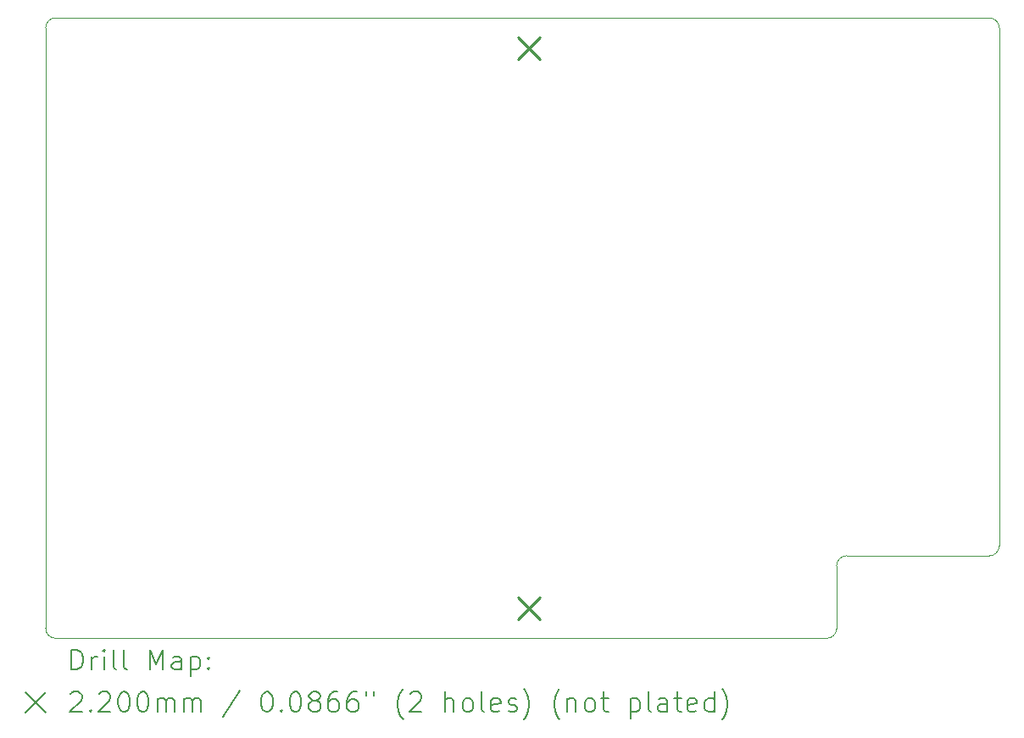
<source format=gbr>
%TF.GenerationSoftware,KiCad,Pcbnew,9.0.0-rc3*%
%TF.CreationDate,2025-05-17T15:27:25+02:00*%
%TF.ProjectId,Processing_board,50726f63-6573-4736-996e-675f626f6172,rev?*%
%TF.SameCoordinates,Original*%
%TF.FileFunction,Drillmap*%
%TF.FilePolarity,Positive*%
%FSLAX45Y45*%
G04 Gerber Fmt 4.5, Leading zero omitted, Abs format (unit mm)*
G04 Created by KiCad (PCBNEW 9.0.0-rc3) date 2025-05-17 15:27:25*
%MOMM*%
%LPD*%
G01*
G04 APERTURE LIST*
%ADD10C,0.050000*%
%ADD11C,0.200000*%
%ADD12C,0.220000*%
G04 APERTURE END LIST*
D10*
X17300000Y-11975000D02*
X15875000Y-11975000D01*
X15775000Y-12700000D02*
G75*
G02*
X15675000Y-12800000I-100000J0D01*
G01*
X17300000Y-6600000D02*
G75*
G02*
X17400000Y-6700000I0J-100000D01*
G01*
X17400000Y-6700000D02*
X17400000Y-11875000D01*
X15775000Y-12075000D02*
X15775000Y-12700000D01*
X17400000Y-11875000D02*
G75*
G02*
X17300000Y-11975000I-100000J0D01*
G01*
X7875000Y-6700000D02*
G75*
G02*
X7975000Y-6600000I100000J0D01*
G01*
X7875000Y-12700000D02*
X7875000Y-6700000D01*
X7975000Y-6600000D02*
X17300000Y-6600000D01*
X7975000Y-12800000D02*
G75*
G02*
X7875000Y-12700000I0J100000D01*
G01*
X15775000Y-12075000D02*
G75*
G02*
X15875000Y-11975000I100000J0D01*
G01*
X15675000Y-12800000D02*
X7975000Y-12800000D01*
D11*
D12*
X12590000Y-6790000D02*
X12810000Y-7010000D01*
X12810000Y-6790000D02*
X12590000Y-7010000D01*
X12590000Y-12390000D02*
X12810000Y-12610000D01*
X12810000Y-12390000D02*
X12590000Y-12610000D01*
D11*
X8133277Y-13113984D02*
X8133277Y-12913984D01*
X8133277Y-12913984D02*
X8180896Y-12913984D01*
X8180896Y-12913984D02*
X8209467Y-12923508D01*
X8209467Y-12923508D02*
X8228515Y-12942555D01*
X8228515Y-12942555D02*
X8238039Y-12961603D01*
X8238039Y-12961603D02*
X8247562Y-12999698D01*
X8247562Y-12999698D02*
X8247562Y-13028269D01*
X8247562Y-13028269D02*
X8238039Y-13066365D01*
X8238039Y-13066365D02*
X8228515Y-13085412D01*
X8228515Y-13085412D02*
X8209467Y-13104460D01*
X8209467Y-13104460D02*
X8180896Y-13113984D01*
X8180896Y-13113984D02*
X8133277Y-13113984D01*
X8333277Y-13113984D02*
X8333277Y-12980650D01*
X8333277Y-13018746D02*
X8342801Y-12999698D01*
X8342801Y-12999698D02*
X8352324Y-12990174D01*
X8352324Y-12990174D02*
X8371372Y-12980650D01*
X8371372Y-12980650D02*
X8390420Y-12980650D01*
X8457086Y-13113984D02*
X8457086Y-12980650D01*
X8457086Y-12913984D02*
X8447563Y-12923508D01*
X8447563Y-12923508D02*
X8457086Y-12933031D01*
X8457086Y-12933031D02*
X8466610Y-12923508D01*
X8466610Y-12923508D02*
X8457086Y-12913984D01*
X8457086Y-12913984D02*
X8457086Y-12933031D01*
X8580896Y-13113984D02*
X8561848Y-13104460D01*
X8561848Y-13104460D02*
X8552324Y-13085412D01*
X8552324Y-13085412D02*
X8552324Y-12913984D01*
X8685658Y-13113984D02*
X8666610Y-13104460D01*
X8666610Y-13104460D02*
X8657086Y-13085412D01*
X8657086Y-13085412D02*
X8657086Y-12913984D01*
X8914229Y-13113984D02*
X8914229Y-12913984D01*
X8914229Y-12913984D02*
X8980896Y-13056841D01*
X8980896Y-13056841D02*
X9047563Y-12913984D01*
X9047563Y-12913984D02*
X9047563Y-13113984D01*
X9228515Y-13113984D02*
X9228515Y-13009222D01*
X9228515Y-13009222D02*
X9218991Y-12990174D01*
X9218991Y-12990174D02*
X9199944Y-12980650D01*
X9199944Y-12980650D02*
X9161848Y-12980650D01*
X9161848Y-12980650D02*
X9142801Y-12990174D01*
X9228515Y-13104460D02*
X9209467Y-13113984D01*
X9209467Y-13113984D02*
X9161848Y-13113984D01*
X9161848Y-13113984D02*
X9142801Y-13104460D01*
X9142801Y-13104460D02*
X9133277Y-13085412D01*
X9133277Y-13085412D02*
X9133277Y-13066365D01*
X9133277Y-13066365D02*
X9142801Y-13047317D01*
X9142801Y-13047317D02*
X9161848Y-13037793D01*
X9161848Y-13037793D02*
X9209467Y-13037793D01*
X9209467Y-13037793D02*
X9228515Y-13028269D01*
X9323753Y-12980650D02*
X9323753Y-13180650D01*
X9323753Y-12990174D02*
X9342801Y-12980650D01*
X9342801Y-12980650D02*
X9380896Y-12980650D01*
X9380896Y-12980650D02*
X9399944Y-12990174D01*
X9399944Y-12990174D02*
X9409467Y-12999698D01*
X9409467Y-12999698D02*
X9418991Y-13018746D01*
X9418991Y-13018746D02*
X9418991Y-13075888D01*
X9418991Y-13075888D02*
X9409467Y-13094936D01*
X9409467Y-13094936D02*
X9399944Y-13104460D01*
X9399944Y-13104460D02*
X9380896Y-13113984D01*
X9380896Y-13113984D02*
X9342801Y-13113984D01*
X9342801Y-13113984D02*
X9323753Y-13104460D01*
X9504705Y-13094936D02*
X9514229Y-13104460D01*
X9514229Y-13104460D02*
X9504705Y-13113984D01*
X9504705Y-13113984D02*
X9495182Y-13104460D01*
X9495182Y-13104460D02*
X9504705Y-13094936D01*
X9504705Y-13094936D02*
X9504705Y-13113984D01*
X9504705Y-12990174D02*
X9514229Y-12999698D01*
X9514229Y-12999698D02*
X9504705Y-13009222D01*
X9504705Y-13009222D02*
X9495182Y-12999698D01*
X9495182Y-12999698D02*
X9504705Y-12990174D01*
X9504705Y-12990174D02*
X9504705Y-13009222D01*
X7672500Y-13342500D02*
X7872500Y-13542500D01*
X7872500Y-13342500D02*
X7672500Y-13542500D01*
X8123753Y-13353031D02*
X8133277Y-13343508D01*
X8133277Y-13343508D02*
X8152324Y-13333984D01*
X8152324Y-13333984D02*
X8199943Y-13333984D01*
X8199943Y-13333984D02*
X8218991Y-13343508D01*
X8218991Y-13343508D02*
X8228515Y-13353031D01*
X8228515Y-13353031D02*
X8238039Y-13372079D01*
X8238039Y-13372079D02*
X8238039Y-13391127D01*
X8238039Y-13391127D02*
X8228515Y-13419698D01*
X8228515Y-13419698D02*
X8114229Y-13533984D01*
X8114229Y-13533984D02*
X8238039Y-13533984D01*
X8323753Y-13514936D02*
X8333277Y-13524460D01*
X8333277Y-13524460D02*
X8323753Y-13533984D01*
X8323753Y-13533984D02*
X8314229Y-13524460D01*
X8314229Y-13524460D02*
X8323753Y-13514936D01*
X8323753Y-13514936D02*
X8323753Y-13533984D01*
X8409467Y-13353031D02*
X8418991Y-13343508D01*
X8418991Y-13343508D02*
X8438039Y-13333984D01*
X8438039Y-13333984D02*
X8485658Y-13333984D01*
X8485658Y-13333984D02*
X8504705Y-13343508D01*
X8504705Y-13343508D02*
X8514229Y-13353031D01*
X8514229Y-13353031D02*
X8523753Y-13372079D01*
X8523753Y-13372079D02*
X8523753Y-13391127D01*
X8523753Y-13391127D02*
X8514229Y-13419698D01*
X8514229Y-13419698D02*
X8399944Y-13533984D01*
X8399944Y-13533984D02*
X8523753Y-13533984D01*
X8647563Y-13333984D02*
X8666610Y-13333984D01*
X8666610Y-13333984D02*
X8685658Y-13343508D01*
X8685658Y-13343508D02*
X8695182Y-13353031D01*
X8695182Y-13353031D02*
X8704705Y-13372079D01*
X8704705Y-13372079D02*
X8714229Y-13410174D01*
X8714229Y-13410174D02*
X8714229Y-13457793D01*
X8714229Y-13457793D02*
X8704705Y-13495888D01*
X8704705Y-13495888D02*
X8695182Y-13514936D01*
X8695182Y-13514936D02*
X8685658Y-13524460D01*
X8685658Y-13524460D02*
X8666610Y-13533984D01*
X8666610Y-13533984D02*
X8647563Y-13533984D01*
X8647563Y-13533984D02*
X8628515Y-13524460D01*
X8628515Y-13524460D02*
X8618991Y-13514936D01*
X8618991Y-13514936D02*
X8609467Y-13495888D01*
X8609467Y-13495888D02*
X8599944Y-13457793D01*
X8599944Y-13457793D02*
X8599944Y-13410174D01*
X8599944Y-13410174D02*
X8609467Y-13372079D01*
X8609467Y-13372079D02*
X8618991Y-13353031D01*
X8618991Y-13353031D02*
X8628515Y-13343508D01*
X8628515Y-13343508D02*
X8647563Y-13333984D01*
X8838039Y-13333984D02*
X8857086Y-13333984D01*
X8857086Y-13333984D02*
X8876134Y-13343508D01*
X8876134Y-13343508D02*
X8885658Y-13353031D01*
X8885658Y-13353031D02*
X8895182Y-13372079D01*
X8895182Y-13372079D02*
X8904705Y-13410174D01*
X8904705Y-13410174D02*
X8904705Y-13457793D01*
X8904705Y-13457793D02*
X8895182Y-13495888D01*
X8895182Y-13495888D02*
X8885658Y-13514936D01*
X8885658Y-13514936D02*
X8876134Y-13524460D01*
X8876134Y-13524460D02*
X8857086Y-13533984D01*
X8857086Y-13533984D02*
X8838039Y-13533984D01*
X8838039Y-13533984D02*
X8818991Y-13524460D01*
X8818991Y-13524460D02*
X8809467Y-13514936D01*
X8809467Y-13514936D02*
X8799944Y-13495888D01*
X8799944Y-13495888D02*
X8790420Y-13457793D01*
X8790420Y-13457793D02*
X8790420Y-13410174D01*
X8790420Y-13410174D02*
X8799944Y-13372079D01*
X8799944Y-13372079D02*
X8809467Y-13353031D01*
X8809467Y-13353031D02*
X8818991Y-13343508D01*
X8818991Y-13343508D02*
X8838039Y-13333984D01*
X8990420Y-13533984D02*
X8990420Y-13400650D01*
X8990420Y-13419698D02*
X8999944Y-13410174D01*
X8999944Y-13410174D02*
X9018991Y-13400650D01*
X9018991Y-13400650D02*
X9047563Y-13400650D01*
X9047563Y-13400650D02*
X9066610Y-13410174D01*
X9066610Y-13410174D02*
X9076134Y-13429222D01*
X9076134Y-13429222D02*
X9076134Y-13533984D01*
X9076134Y-13429222D02*
X9085658Y-13410174D01*
X9085658Y-13410174D02*
X9104705Y-13400650D01*
X9104705Y-13400650D02*
X9133277Y-13400650D01*
X9133277Y-13400650D02*
X9152325Y-13410174D01*
X9152325Y-13410174D02*
X9161848Y-13429222D01*
X9161848Y-13429222D02*
X9161848Y-13533984D01*
X9257086Y-13533984D02*
X9257086Y-13400650D01*
X9257086Y-13419698D02*
X9266610Y-13410174D01*
X9266610Y-13410174D02*
X9285658Y-13400650D01*
X9285658Y-13400650D02*
X9314229Y-13400650D01*
X9314229Y-13400650D02*
X9333277Y-13410174D01*
X9333277Y-13410174D02*
X9342801Y-13429222D01*
X9342801Y-13429222D02*
X9342801Y-13533984D01*
X9342801Y-13429222D02*
X9352325Y-13410174D01*
X9352325Y-13410174D02*
X9371372Y-13400650D01*
X9371372Y-13400650D02*
X9399944Y-13400650D01*
X9399944Y-13400650D02*
X9418991Y-13410174D01*
X9418991Y-13410174D02*
X9428515Y-13429222D01*
X9428515Y-13429222D02*
X9428515Y-13533984D01*
X9818991Y-13324460D02*
X9647563Y-13581603D01*
X10076134Y-13333984D02*
X10095182Y-13333984D01*
X10095182Y-13333984D02*
X10114229Y-13343508D01*
X10114229Y-13343508D02*
X10123753Y-13353031D01*
X10123753Y-13353031D02*
X10133277Y-13372079D01*
X10133277Y-13372079D02*
X10142801Y-13410174D01*
X10142801Y-13410174D02*
X10142801Y-13457793D01*
X10142801Y-13457793D02*
X10133277Y-13495888D01*
X10133277Y-13495888D02*
X10123753Y-13514936D01*
X10123753Y-13514936D02*
X10114229Y-13524460D01*
X10114229Y-13524460D02*
X10095182Y-13533984D01*
X10095182Y-13533984D02*
X10076134Y-13533984D01*
X10076134Y-13533984D02*
X10057087Y-13524460D01*
X10057087Y-13524460D02*
X10047563Y-13514936D01*
X10047563Y-13514936D02*
X10038039Y-13495888D01*
X10038039Y-13495888D02*
X10028515Y-13457793D01*
X10028515Y-13457793D02*
X10028515Y-13410174D01*
X10028515Y-13410174D02*
X10038039Y-13372079D01*
X10038039Y-13372079D02*
X10047563Y-13353031D01*
X10047563Y-13353031D02*
X10057087Y-13343508D01*
X10057087Y-13343508D02*
X10076134Y-13333984D01*
X10228515Y-13514936D02*
X10238039Y-13524460D01*
X10238039Y-13524460D02*
X10228515Y-13533984D01*
X10228515Y-13533984D02*
X10218991Y-13524460D01*
X10218991Y-13524460D02*
X10228515Y-13514936D01*
X10228515Y-13514936D02*
X10228515Y-13533984D01*
X10361848Y-13333984D02*
X10380896Y-13333984D01*
X10380896Y-13333984D02*
X10399944Y-13343508D01*
X10399944Y-13343508D02*
X10409468Y-13353031D01*
X10409468Y-13353031D02*
X10418991Y-13372079D01*
X10418991Y-13372079D02*
X10428515Y-13410174D01*
X10428515Y-13410174D02*
X10428515Y-13457793D01*
X10428515Y-13457793D02*
X10418991Y-13495888D01*
X10418991Y-13495888D02*
X10409468Y-13514936D01*
X10409468Y-13514936D02*
X10399944Y-13524460D01*
X10399944Y-13524460D02*
X10380896Y-13533984D01*
X10380896Y-13533984D02*
X10361848Y-13533984D01*
X10361848Y-13533984D02*
X10342801Y-13524460D01*
X10342801Y-13524460D02*
X10333277Y-13514936D01*
X10333277Y-13514936D02*
X10323753Y-13495888D01*
X10323753Y-13495888D02*
X10314229Y-13457793D01*
X10314229Y-13457793D02*
X10314229Y-13410174D01*
X10314229Y-13410174D02*
X10323753Y-13372079D01*
X10323753Y-13372079D02*
X10333277Y-13353031D01*
X10333277Y-13353031D02*
X10342801Y-13343508D01*
X10342801Y-13343508D02*
X10361848Y-13333984D01*
X10542801Y-13419698D02*
X10523753Y-13410174D01*
X10523753Y-13410174D02*
X10514229Y-13400650D01*
X10514229Y-13400650D02*
X10504706Y-13381603D01*
X10504706Y-13381603D02*
X10504706Y-13372079D01*
X10504706Y-13372079D02*
X10514229Y-13353031D01*
X10514229Y-13353031D02*
X10523753Y-13343508D01*
X10523753Y-13343508D02*
X10542801Y-13333984D01*
X10542801Y-13333984D02*
X10580896Y-13333984D01*
X10580896Y-13333984D02*
X10599944Y-13343508D01*
X10599944Y-13343508D02*
X10609468Y-13353031D01*
X10609468Y-13353031D02*
X10618991Y-13372079D01*
X10618991Y-13372079D02*
X10618991Y-13381603D01*
X10618991Y-13381603D02*
X10609468Y-13400650D01*
X10609468Y-13400650D02*
X10599944Y-13410174D01*
X10599944Y-13410174D02*
X10580896Y-13419698D01*
X10580896Y-13419698D02*
X10542801Y-13419698D01*
X10542801Y-13419698D02*
X10523753Y-13429222D01*
X10523753Y-13429222D02*
X10514229Y-13438746D01*
X10514229Y-13438746D02*
X10504706Y-13457793D01*
X10504706Y-13457793D02*
X10504706Y-13495888D01*
X10504706Y-13495888D02*
X10514229Y-13514936D01*
X10514229Y-13514936D02*
X10523753Y-13524460D01*
X10523753Y-13524460D02*
X10542801Y-13533984D01*
X10542801Y-13533984D02*
X10580896Y-13533984D01*
X10580896Y-13533984D02*
X10599944Y-13524460D01*
X10599944Y-13524460D02*
X10609468Y-13514936D01*
X10609468Y-13514936D02*
X10618991Y-13495888D01*
X10618991Y-13495888D02*
X10618991Y-13457793D01*
X10618991Y-13457793D02*
X10609468Y-13438746D01*
X10609468Y-13438746D02*
X10599944Y-13429222D01*
X10599944Y-13429222D02*
X10580896Y-13419698D01*
X10790420Y-13333984D02*
X10752325Y-13333984D01*
X10752325Y-13333984D02*
X10733277Y-13343508D01*
X10733277Y-13343508D02*
X10723753Y-13353031D01*
X10723753Y-13353031D02*
X10704706Y-13381603D01*
X10704706Y-13381603D02*
X10695182Y-13419698D01*
X10695182Y-13419698D02*
X10695182Y-13495888D01*
X10695182Y-13495888D02*
X10704706Y-13514936D01*
X10704706Y-13514936D02*
X10714229Y-13524460D01*
X10714229Y-13524460D02*
X10733277Y-13533984D01*
X10733277Y-13533984D02*
X10771372Y-13533984D01*
X10771372Y-13533984D02*
X10790420Y-13524460D01*
X10790420Y-13524460D02*
X10799944Y-13514936D01*
X10799944Y-13514936D02*
X10809468Y-13495888D01*
X10809468Y-13495888D02*
X10809468Y-13448269D01*
X10809468Y-13448269D02*
X10799944Y-13429222D01*
X10799944Y-13429222D02*
X10790420Y-13419698D01*
X10790420Y-13419698D02*
X10771372Y-13410174D01*
X10771372Y-13410174D02*
X10733277Y-13410174D01*
X10733277Y-13410174D02*
X10714229Y-13419698D01*
X10714229Y-13419698D02*
X10704706Y-13429222D01*
X10704706Y-13429222D02*
X10695182Y-13448269D01*
X10980896Y-13333984D02*
X10942801Y-13333984D01*
X10942801Y-13333984D02*
X10923753Y-13343508D01*
X10923753Y-13343508D02*
X10914229Y-13353031D01*
X10914229Y-13353031D02*
X10895182Y-13381603D01*
X10895182Y-13381603D02*
X10885658Y-13419698D01*
X10885658Y-13419698D02*
X10885658Y-13495888D01*
X10885658Y-13495888D02*
X10895182Y-13514936D01*
X10895182Y-13514936D02*
X10904706Y-13524460D01*
X10904706Y-13524460D02*
X10923753Y-13533984D01*
X10923753Y-13533984D02*
X10961849Y-13533984D01*
X10961849Y-13533984D02*
X10980896Y-13524460D01*
X10980896Y-13524460D02*
X10990420Y-13514936D01*
X10990420Y-13514936D02*
X10999944Y-13495888D01*
X10999944Y-13495888D02*
X10999944Y-13448269D01*
X10999944Y-13448269D02*
X10990420Y-13429222D01*
X10990420Y-13429222D02*
X10980896Y-13419698D01*
X10980896Y-13419698D02*
X10961849Y-13410174D01*
X10961849Y-13410174D02*
X10923753Y-13410174D01*
X10923753Y-13410174D02*
X10904706Y-13419698D01*
X10904706Y-13419698D02*
X10895182Y-13429222D01*
X10895182Y-13429222D02*
X10885658Y-13448269D01*
X11076134Y-13333984D02*
X11076134Y-13372079D01*
X11152325Y-13333984D02*
X11152325Y-13372079D01*
X11447563Y-13610174D02*
X11438039Y-13600650D01*
X11438039Y-13600650D02*
X11418991Y-13572079D01*
X11418991Y-13572079D02*
X11409468Y-13553031D01*
X11409468Y-13553031D02*
X11399944Y-13524460D01*
X11399944Y-13524460D02*
X11390420Y-13476841D01*
X11390420Y-13476841D02*
X11390420Y-13438746D01*
X11390420Y-13438746D02*
X11399944Y-13391127D01*
X11399944Y-13391127D02*
X11409468Y-13362555D01*
X11409468Y-13362555D02*
X11418991Y-13343508D01*
X11418991Y-13343508D02*
X11438039Y-13314936D01*
X11438039Y-13314936D02*
X11447563Y-13305412D01*
X11514229Y-13353031D02*
X11523753Y-13343508D01*
X11523753Y-13343508D02*
X11542801Y-13333984D01*
X11542801Y-13333984D02*
X11590420Y-13333984D01*
X11590420Y-13333984D02*
X11609468Y-13343508D01*
X11609468Y-13343508D02*
X11618991Y-13353031D01*
X11618991Y-13353031D02*
X11628515Y-13372079D01*
X11628515Y-13372079D02*
X11628515Y-13391127D01*
X11628515Y-13391127D02*
X11618991Y-13419698D01*
X11618991Y-13419698D02*
X11504706Y-13533984D01*
X11504706Y-13533984D02*
X11628515Y-13533984D01*
X11866610Y-13533984D02*
X11866610Y-13333984D01*
X11952325Y-13533984D02*
X11952325Y-13429222D01*
X11952325Y-13429222D02*
X11942801Y-13410174D01*
X11942801Y-13410174D02*
X11923753Y-13400650D01*
X11923753Y-13400650D02*
X11895182Y-13400650D01*
X11895182Y-13400650D02*
X11876134Y-13410174D01*
X11876134Y-13410174D02*
X11866610Y-13419698D01*
X12076134Y-13533984D02*
X12057087Y-13524460D01*
X12057087Y-13524460D02*
X12047563Y-13514936D01*
X12047563Y-13514936D02*
X12038039Y-13495888D01*
X12038039Y-13495888D02*
X12038039Y-13438746D01*
X12038039Y-13438746D02*
X12047563Y-13419698D01*
X12047563Y-13419698D02*
X12057087Y-13410174D01*
X12057087Y-13410174D02*
X12076134Y-13400650D01*
X12076134Y-13400650D02*
X12104706Y-13400650D01*
X12104706Y-13400650D02*
X12123753Y-13410174D01*
X12123753Y-13410174D02*
X12133277Y-13419698D01*
X12133277Y-13419698D02*
X12142801Y-13438746D01*
X12142801Y-13438746D02*
X12142801Y-13495888D01*
X12142801Y-13495888D02*
X12133277Y-13514936D01*
X12133277Y-13514936D02*
X12123753Y-13524460D01*
X12123753Y-13524460D02*
X12104706Y-13533984D01*
X12104706Y-13533984D02*
X12076134Y-13533984D01*
X12257087Y-13533984D02*
X12238039Y-13524460D01*
X12238039Y-13524460D02*
X12228515Y-13505412D01*
X12228515Y-13505412D02*
X12228515Y-13333984D01*
X12409468Y-13524460D02*
X12390420Y-13533984D01*
X12390420Y-13533984D02*
X12352325Y-13533984D01*
X12352325Y-13533984D02*
X12333277Y-13524460D01*
X12333277Y-13524460D02*
X12323753Y-13505412D01*
X12323753Y-13505412D02*
X12323753Y-13429222D01*
X12323753Y-13429222D02*
X12333277Y-13410174D01*
X12333277Y-13410174D02*
X12352325Y-13400650D01*
X12352325Y-13400650D02*
X12390420Y-13400650D01*
X12390420Y-13400650D02*
X12409468Y-13410174D01*
X12409468Y-13410174D02*
X12418991Y-13429222D01*
X12418991Y-13429222D02*
X12418991Y-13448269D01*
X12418991Y-13448269D02*
X12323753Y-13467317D01*
X12495182Y-13524460D02*
X12514230Y-13533984D01*
X12514230Y-13533984D02*
X12552325Y-13533984D01*
X12552325Y-13533984D02*
X12571372Y-13524460D01*
X12571372Y-13524460D02*
X12580896Y-13505412D01*
X12580896Y-13505412D02*
X12580896Y-13495888D01*
X12580896Y-13495888D02*
X12571372Y-13476841D01*
X12571372Y-13476841D02*
X12552325Y-13467317D01*
X12552325Y-13467317D02*
X12523753Y-13467317D01*
X12523753Y-13467317D02*
X12504706Y-13457793D01*
X12504706Y-13457793D02*
X12495182Y-13438746D01*
X12495182Y-13438746D02*
X12495182Y-13429222D01*
X12495182Y-13429222D02*
X12504706Y-13410174D01*
X12504706Y-13410174D02*
X12523753Y-13400650D01*
X12523753Y-13400650D02*
X12552325Y-13400650D01*
X12552325Y-13400650D02*
X12571372Y-13410174D01*
X12647563Y-13610174D02*
X12657087Y-13600650D01*
X12657087Y-13600650D02*
X12676134Y-13572079D01*
X12676134Y-13572079D02*
X12685658Y-13553031D01*
X12685658Y-13553031D02*
X12695182Y-13524460D01*
X12695182Y-13524460D02*
X12704706Y-13476841D01*
X12704706Y-13476841D02*
X12704706Y-13438746D01*
X12704706Y-13438746D02*
X12695182Y-13391127D01*
X12695182Y-13391127D02*
X12685658Y-13362555D01*
X12685658Y-13362555D02*
X12676134Y-13343508D01*
X12676134Y-13343508D02*
X12657087Y-13314936D01*
X12657087Y-13314936D02*
X12647563Y-13305412D01*
X13009468Y-13610174D02*
X12999944Y-13600650D01*
X12999944Y-13600650D02*
X12980896Y-13572079D01*
X12980896Y-13572079D02*
X12971372Y-13553031D01*
X12971372Y-13553031D02*
X12961849Y-13524460D01*
X12961849Y-13524460D02*
X12952325Y-13476841D01*
X12952325Y-13476841D02*
X12952325Y-13438746D01*
X12952325Y-13438746D02*
X12961849Y-13391127D01*
X12961849Y-13391127D02*
X12971372Y-13362555D01*
X12971372Y-13362555D02*
X12980896Y-13343508D01*
X12980896Y-13343508D02*
X12999944Y-13314936D01*
X12999944Y-13314936D02*
X13009468Y-13305412D01*
X13085658Y-13400650D02*
X13085658Y-13533984D01*
X13085658Y-13419698D02*
X13095182Y-13410174D01*
X13095182Y-13410174D02*
X13114230Y-13400650D01*
X13114230Y-13400650D02*
X13142801Y-13400650D01*
X13142801Y-13400650D02*
X13161849Y-13410174D01*
X13161849Y-13410174D02*
X13171372Y-13429222D01*
X13171372Y-13429222D02*
X13171372Y-13533984D01*
X13295182Y-13533984D02*
X13276134Y-13524460D01*
X13276134Y-13524460D02*
X13266611Y-13514936D01*
X13266611Y-13514936D02*
X13257087Y-13495888D01*
X13257087Y-13495888D02*
X13257087Y-13438746D01*
X13257087Y-13438746D02*
X13266611Y-13419698D01*
X13266611Y-13419698D02*
X13276134Y-13410174D01*
X13276134Y-13410174D02*
X13295182Y-13400650D01*
X13295182Y-13400650D02*
X13323753Y-13400650D01*
X13323753Y-13400650D02*
X13342801Y-13410174D01*
X13342801Y-13410174D02*
X13352325Y-13419698D01*
X13352325Y-13419698D02*
X13361849Y-13438746D01*
X13361849Y-13438746D02*
X13361849Y-13495888D01*
X13361849Y-13495888D02*
X13352325Y-13514936D01*
X13352325Y-13514936D02*
X13342801Y-13524460D01*
X13342801Y-13524460D02*
X13323753Y-13533984D01*
X13323753Y-13533984D02*
X13295182Y-13533984D01*
X13418992Y-13400650D02*
X13495182Y-13400650D01*
X13447563Y-13333984D02*
X13447563Y-13505412D01*
X13447563Y-13505412D02*
X13457087Y-13524460D01*
X13457087Y-13524460D02*
X13476134Y-13533984D01*
X13476134Y-13533984D02*
X13495182Y-13533984D01*
X13714230Y-13400650D02*
X13714230Y-13600650D01*
X13714230Y-13410174D02*
X13733277Y-13400650D01*
X13733277Y-13400650D02*
X13771373Y-13400650D01*
X13771373Y-13400650D02*
X13790420Y-13410174D01*
X13790420Y-13410174D02*
X13799944Y-13419698D01*
X13799944Y-13419698D02*
X13809468Y-13438746D01*
X13809468Y-13438746D02*
X13809468Y-13495888D01*
X13809468Y-13495888D02*
X13799944Y-13514936D01*
X13799944Y-13514936D02*
X13790420Y-13524460D01*
X13790420Y-13524460D02*
X13771373Y-13533984D01*
X13771373Y-13533984D02*
X13733277Y-13533984D01*
X13733277Y-13533984D02*
X13714230Y-13524460D01*
X13923753Y-13533984D02*
X13904706Y-13524460D01*
X13904706Y-13524460D02*
X13895182Y-13505412D01*
X13895182Y-13505412D02*
X13895182Y-13333984D01*
X14085658Y-13533984D02*
X14085658Y-13429222D01*
X14085658Y-13429222D02*
X14076134Y-13410174D01*
X14076134Y-13410174D02*
X14057087Y-13400650D01*
X14057087Y-13400650D02*
X14018992Y-13400650D01*
X14018992Y-13400650D02*
X13999944Y-13410174D01*
X14085658Y-13524460D02*
X14066611Y-13533984D01*
X14066611Y-13533984D02*
X14018992Y-13533984D01*
X14018992Y-13533984D02*
X13999944Y-13524460D01*
X13999944Y-13524460D02*
X13990420Y-13505412D01*
X13990420Y-13505412D02*
X13990420Y-13486365D01*
X13990420Y-13486365D02*
X13999944Y-13467317D01*
X13999944Y-13467317D02*
X14018992Y-13457793D01*
X14018992Y-13457793D02*
X14066611Y-13457793D01*
X14066611Y-13457793D02*
X14085658Y-13448269D01*
X14152325Y-13400650D02*
X14228515Y-13400650D01*
X14180896Y-13333984D02*
X14180896Y-13505412D01*
X14180896Y-13505412D02*
X14190420Y-13524460D01*
X14190420Y-13524460D02*
X14209468Y-13533984D01*
X14209468Y-13533984D02*
X14228515Y-13533984D01*
X14371373Y-13524460D02*
X14352325Y-13533984D01*
X14352325Y-13533984D02*
X14314230Y-13533984D01*
X14314230Y-13533984D02*
X14295182Y-13524460D01*
X14295182Y-13524460D02*
X14285658Y-13505412D01*
X14285658Y-13505412D02*
X14285658Y-13429222D01*
X14285658Y-13429222D02*
X14295182Y-13410174D01*
X14295182Y-13410174D02*
X14314230Y-13400650D01*
X14314230Y-13400650D02*
X14352325Y-13400650D01*
X14352325Y-13400650D02*
X14371373Y-13410174D01*
X14371373Y-13410174D02*
X14380896Y-13429222D01*
X14380896Y-13429222D02*
X14380896Y-13448269D01*
X14380896Y-13448269D02*
X14285658Y-13467317D01*
X14552325Y-13533984D02*
X14552325Y-13333984D01*
X14552325Y-13524460D02*
X14533277Y-13533984D01*
X14533277Y-13533984D02*
X14495182Y-13533984D01*
X14495182Y-13533984D02*
X14476134Y-13524460D01*
X14476134Y-13524460D02*
X14466611Y-13514936D01*
X14466611Y-13514936D02*
X14457087Y-13495888D01*
X14457087Y-13495888D02*
X14457087Y-13438746D01*
X14457087Y-13438746D02*
X14466611Y-13419698D01*
X14466611Y-13419698D02*
X14476134Y-13410174D01*
X14476134Y-13410174D02*
X14495182Y-13400650D01*
X14495182Y-13400650D02*
X14533277Y-13400650D01*
X14533277Y-13400650D02*
X14552325Y-13410174D01*
X14628515Y-13610174D02*
X14638039Y-13600650D01*
X14638039Y-13600650D02*
X14657087Y-13572079D01*
X14657087Y-13572079D02*
X14666611Y-13553031D01*
X14666611Y-13553031D02*
X14676134Y-13524460D01*
X14676134Y-13524460D02*
X14685658Y-13476841D01*
X14685658Y-13476841D02*
X14685658Y-13438746D01*
X14685658Y-13438746D02*
X14676134Y-13391127D01*
X14676134Y-13391127D02*
X14666611Y-13362555D01*
X14666611Y-13362555D02*
X14657087Y-13343508D01*
X14657087Y-13343508D02*
X14638039Y-13314936D01*
X14638039Y-13314936D02*
X14628515Y-13305412D01*
M02*

</source>
